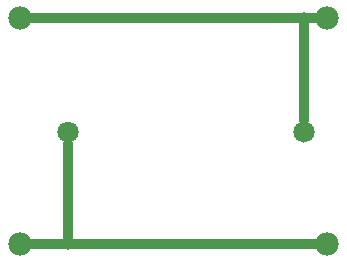
<source format=gbl>
G04 MADE WITH FRITZING*
G04 WWW.FRITZING.ORG*
G04 DOUBLE SIDED*
G04 HOLES PLATED*
G04 CONTOUR ON CENTER OF CONTOUR VECTOR*
%ASAXBY*%
%FSLAX23Y23*%
%MOIN*%
%OFA0B0*%
%SFA1.0B1.0*%
%ADD10C,0.071181*%
%ADD11C,0.039370*%
%ADD12C,0.078000*%
%ADD13C,0.032000*%
%LNCOPPER0*%
G90*
G70*
G54D10*
X632Y550D03*
X1419Y550D03*
G54D11*
X1419Y928D03*
X632Y175D03*
G54D12*
X473Y175D03*
X472Y928D03*
X1495Y928D03*
X1495Y175D03*
G54D13*
X1419Y909D02*
X1419Y587D01*
D02*
X632Y199D02*
X632Y508D01*
D02*
X503Y175D02*
X613Y175D01*
D02*
X651Y175D02*
X1465Y175D01*
D02*
X1438Y928D02*
X1465Y928D01*
D02*
X1400Y928D02*
X502Y928D01*
G04 End of Copper0*
M02*
</source>
